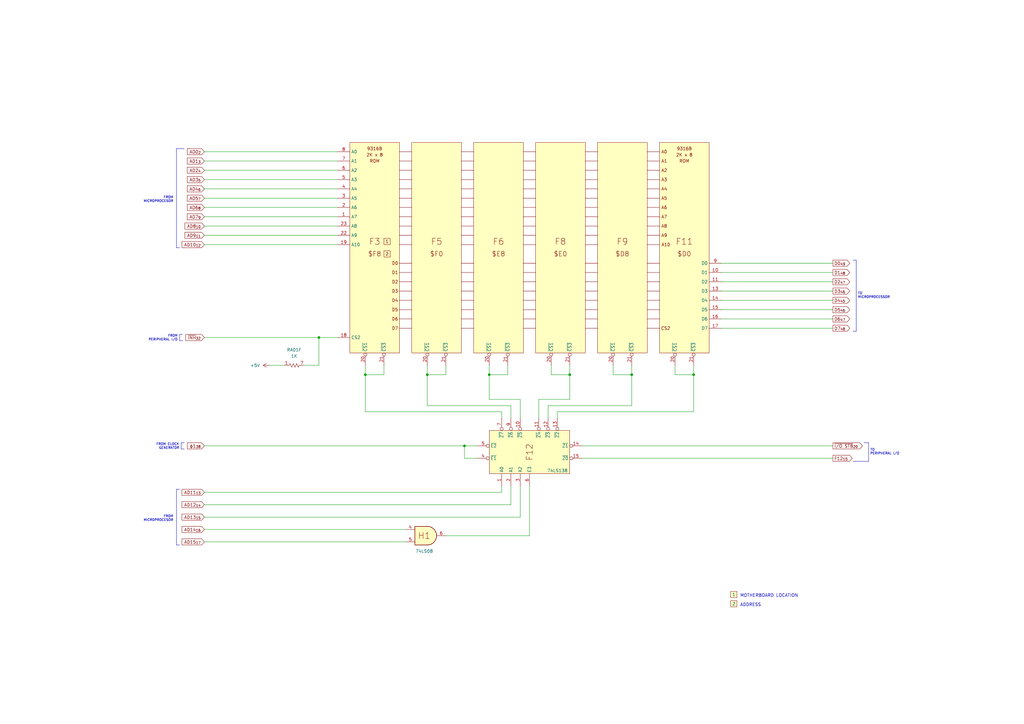
<source format=kicad_sch>
(kicad_sch (version 20211123) (generator eeschema)
  (paper "A3")
  (title_block (title "Apple II - ROM") (date "2022-07-11") (rev "ALL") (company "Apple Computers, Inc.") (comment 1 "Original schematic by Apple Computers") (comment 2 "https://github.com/omega9380/Retro-Schematics") (comment 3 "Replication by Omega9380 - July 2022") (comment 4 "Source: The Apple II Circuit Description by W. Gayler"))
  (lib_symbols
    (symbol "Apple II:9316B_ROM_ARRAY"
      (symbol "9316B_ROM_ARRAY_0_0"
        (polyline (pts (xy 20.32 -76.2) (xy 25.4 -76.2)))
        (polyline (pts (xy 20.32 -72.39) (xy 25.4 -72.39)))
        (polyline (pts (xy 20.32 -68.58) (xy 25.4 -68.58)))
        (polyline (pts (xy 20.32 -64.77) (xy 25.4 -64.77)))
        (polyline (pts (xy 20.32 -60.96) (xy 25.4 -60.96)))
        (polyline (pts (xy 20.32 -57.15) (xy 25.4 -57.15)))
        (polyline (pts (xy 20.32 -53.34) (xy 25.4 -53.34)))
        (polyline (pts (xy 20.32 -49.53) (xy 25.4 -49.53)))
        (polyline (pts (xy 20.32 -41.91) (xy 25.4 -41.91)))
        (polyline (pts (xy 20.32 -38.1) (xy 25.4 -38.1)))
        (polyline (pts (xy 20.32 -34.29) (xy 25.4 -34.29)))
        (polyline (pts (xy 20.32 -30.48) (xy 25.4 -30.48)))
        (polyline (pts (xy 20.32 -26.67) (xy 25.4 -26.67)))
        (polyline (pts (xy 20.32 -22.86) (xy 25.4 -22.86)))
        (polyline (pts (xy 20.32 -19.05) (xy 25.4 -19.05)))
        (polyline (pts (xy 20.32 -15.24) (xy 25.4 -15.24)))
        (polyline (pts (xy 20.32 -11.43) (xy 25.4 -11.43)))
        (polyline (pts (xy 20.32 -7.62) (xy 25.4 -7.62)))
        (polyline (pts (xy 20.32 -3.81) (xy 25.4 -3.81)))
        (polyline (pts (xy 45.72 -76.2) (xy 50.8 -76.2)))
        (polyline (pts (xy 45.72 -72.39) (xy 50.8 -72.39)))
        (polyline (pts (xy 45.72 -68.58) (xy 50.8 -68.58)))
        (polyline (pts (xy 45.72 -64.77) (xy 50.8 -64.77)))
        (polyline (pts (xy 45.72 -60.96) (xy 50.8 -60.96)))
        (polyline (pts (xy 45.72 -57.15) (xy 50.8 -57.15)))
        (polyline (pts (xy 45.72 -53.34) (xy 50.8 -53.34)))
        (polyline (pts (xy 45.72 -49.53) (xy 50.8 -49.53)))
        (polyline (pts (xy 45.72 -41.91) (xy 50.8 -41.91)))
        (polyline (pts (xy 45.72 -38.1) (xy 50.8 -38.1)))
        (polyline (pts (xy 45.72 -34.29) (xy 50.8 -34.29)))
        (polyline (pts (xy 45.72 -30.48) (xy 50.8 -30.48)))
        (polyline (pts (xy 45.72 -26.67) (xy 50.8 -26.67)))
        (polyline (pts (xy 45.72 -22.86) (xy 50.8 -22.86)))
        (polyline (pts (xy 45.72 -19.05) (xy 50.8 -19.05)))
        (polyline (pts (xy 45.72 -15.24) (xy 50.8 -15.24)))
        (polyline (pts (xy 45.72 -11.43) (xy 50.8 -11.43)))
        (polyline (pts (xy 45.72 -7.62) (xy 50.8 -7.62)))
        (polyline (pts (xy 45.72 -3.81) (xy 50.8 -3.81)))
        (polyline (pts (xy 71.12 -76.2) (xy 76.2 -76.2)))
        (polyline (pts (xy 71.12 -72.39) (xy 76.2 -72.39)))
        (polyline (pts (xy 71.12 -68.58) (xy 76.2 -68.58)))
        (polyline (pts (xy 71.12 -64.77) (xy 76.2 -64.77)))
        (polyline (pts (xy 71.12 -60.96) (xy 76.2 -60.96)))
        (polyline (pts (xy 71.12 -57.15) (xy 76.2 -57.15)))
        (polyline (pts (xy 71.12 -53.34) (xy 76.2 -53.34)))
        (polyline (pts (xy 71.12 -49.53) (xy 76.2 -49.53)))
        (polyline (pts (xy 71.12 -41.91) (xy 76.2 -41.91)))
        (polyline (pts (xy 71.12 -38.1) (xy 76.2 -38.1)))
        (polyline (pts (xy 71.12 -34.29) (xy 76.2 -34.29)))
        (polyline (pts (xy 71.12 -30.48) (xy 76.2 -30.48)))
        (polyline (pts (xy 71.12 -26.67) (xy 76.2 -26.67)))
        (polyline (pts (xy 71.12 -22.86) (xy 76.2 -22.86)))
        (polyline (pts (xy 71.12 -19.05) (xy 76.2 -19.05)))
        (polyline (pts (xy 71.12 -15.24) (xy 76.2 -15.24)))
        (polyline (pts (xy 71.12 -11.43) (xy 76.2 -11.43)))
        (polyline (pts (xy 71.12 -7.62) (xy 76.2 -7.62)))
        (polyline (pts (xy 71.12 -3.81) (xy 76.2 -3.81)))
        (polyline (pts (xy 96.52 -76.2) (xy 101.6 -76.2)))
        (polyline (pts (xy 96.52 -72.39) (xy 101.6 -72.39)))
        (polyline (pts (xy 96.52 -68.58) (xy 101.6 -68.58)))
        (polyline (pts (xy 96.52 -64.77) (xy 101.6 -64.77)))
        (polyline (pts (xy 96.52 -60.96) (xy 101.6 -60.96)))
        (polyline (pts (xy 96.52 -57.15) (xy 101.6 -57.15)))
        (polyline (pts (xy 96.52 -53.34) (xy 101.6 -53.34)))
        (polyline (pts (xy 96.52 -49.53) (xy 101.6 -49.53)))
        (polyline (pts (xy 96.52 -41.91) (xy 101.6 -41.91)))
        (polyline (pts (xy 96.52 -38.1) (xy 101.6 -38.1)))
        (polyline (pts (xy 96.52 -34.29) (xy 101.6 -34.29)))
        (polyline (pts (xy 96.52 -30.48) (xy 101.6 -30.48)))
        (polyline (pts (xy 96.52 -26.67) (xy 101.6 -26.67)))
        (polyline (pts (xy 96.52 -22.86) (xy 101.6 -22.86)))
        (polyline (pts (xy 96.52 -19.05) (xy 101.6 -19.05)))
        (polyline (pts (xy 96.52 -15.24) (xy 101.6 -15.24)))
        (polyline (pts (xy 96.52 -11.43) (xy 101.6 -11.43)))
        (polyline (pts (xy 96.52 -7.62) (xy 101.6 -7.62)))
        (polyline (pts (xy 96.52 -3.81) (xy 101.6 -3.81)))
        (polyline (pts (xy 121.92 -76.2) (xy 127 -76.2)))
        (polyline (pts (xy 121.92 -72.39) (xy 127 -72.39)))
        (polyline (pts (xy 121.92 -68.58) (xy 127 -68.58)))
        (polyline (pts (xy 121.92 -64.77) (xy 127 -64.77)))
        (polyline (pts (xy 121.92 -60.96) (xy 127 -60.96)))
        (polyline (pts (xy 121.92 -57.15) (xy 127 -57.15)))
        (polyline (pts (xy 121.92 -53.34) (xy 127 -53.34)))
        (polyline (pts (xy 121.92 -49.53) (xy 127 -49.53)))
        (polyline (pts (xy 121.92 -41.91) (xy 127 -41.91)))
        (polyline (pts (xy 121.92 -38.1) (xy 127 -38.1)))
        (polyline (pts (xy 121.92 -34.29) (xy 127 -34.29)))
        (polyline (pts (xy 121.92 -30.48) (xy 127 -30.48)))
        (polyline (pts (xy 121.92 -26.67) (xy 127 -26.67)))
        (polyline (pts (xy 121.92 -22.86) (xy 127 -22.86)))
        (polyline (pts (xy 121.92 -19.05) (xy 127 -19.05)))
        (polyline (pts (xy 121.92 -15.24) (xy 127 -15.24)))
        (polyline (pts (xy 121.92 -11.43) (xy 127 -11.43)))
        (polyline (pts (xy 121.92 -7.62) (xy 127 -7.62)))
        (polyline (pts (xy 121.92 -3.81) (xy 127 -3.81)))
        (rectangle (start 0 0) (end 20.32 -86.36) (fill (type background)))
        (rectangle (start 13.97 -44.45) (end 16.51 -46.99))
        (rectangle (start 13.97 -39.37) (end 16.51 -41.91))
        (rectangle (start 25.4 0) (end 45.72 -86.36) (fill (type background)))
        (rectangle (start 50.8 0) (end 71.12 -86.36) (fill (type background)))
        (rectangle (start 76.2 0) (end 96.52 -86.36) (fill (type background)))
        (rectangle (start 101.6 0) (end 121.92 -86.36) (fill (type background)))
        (rectangle (start 127 0) (end 147.32 -86.36) (fill (type background)))
        (text "$D0" (at 137.16 -45.72 0) (effects (font (size 1.905 1.905))))
        (text "$D8" (at 111.76 -45.72 0) (effects (font (size 1.905 1.905))))
        (text "$E0" (at 86.36 -45.72 0) (effects (font (size 1.905 1.905))))
        (text "$E8" (at 60.96 -45.72 0) (effects (font (size 1.905 1.905))))
        (text "$F0" (at 35.56 -45.72 0) (effects (font (size 1.905 1.905))))
        (text "$F8" (at 10.16 -45.72 0) (effects (font (size 1.905 1.905))))
        (text "1" (at 15.24 -40.64 0) (effects (font (size 1.27 1.27))))
        (text "2" (at 15.24 -45.72 0) (effects (font (size 1.27 1.27))))
        (text "2K x 8" (at 10.16 -5.08 0) (effects (font (size 1.27 1.27))))
        (text "2K x 8" (at 137.16 -5.08 0) (effects (font (size 1.27 1.27))))
        (text "9316B" (at 10.16 -2.54 0) (effects (font (size 1.27 1.27))))
        (text "9316B" (at 137.16 -2.54 0) (effects (font (size 1.27 1.27))))
        (text "A0" (at 130.175 -3.81 0) (effects (font (size 1.27 1.27)) (justify right)))
        (text "A1" (at 130.175 -7.62 0) (effects (font (size 1.27 1.27)) (justify right)))
        (text "A10" (at 131.445 -41.91 0) (effects (font (size 1.27 1.27)) (justify right)))
        (text "A2" (at 130.175 -11.43 0) (effects (font (size 1.27 1.27)) (justify right)))
        (text "A3" (at 130.175 -15.24 0) (effects (font (size 1.27 1.27)) (justify right)))
        (text "A4" (at 130.175 -19.05 0) (effects (font (size 1.27 1.27)) (justify right)))
        (text "A5" (at 130.175 -22.86 0) (effects (font (size 1.27 1.27)) (justify right)))
        (text "A6" (at 130.175 -26.67 0) (effects (font (size 1.27 1.27)) (justify right)))
        (text "A7" (at 130.175 -30.48 0) (effects (font (size 1.27 1.27)) (justify right)))
        (text "A8" (at 130.175 -34.29 0) (effects (font (size 1.27 1.27)) (justify right)))
        (text "A9" (at 130.175 -38.1 0) (effects (font (size 1.27 1.27)) (justify right)))
        (text "CS2" (at 131.445 -76.2 0) (effects (font (size 1.27 1.27)) (justify right)))
        (text "D0" (at 17.145 -49.53 0) (effects (font (size 1.27 1.27)) (justify left)))
        (text "D1" (at 17.145 -53.34 0) (effects (font (size 1.27 1.27)) (justify left)))
        (text "D2" (at 17.145 -57.15 0) (effects (font (size 1.27 1.27)) (justify left)))
        (text "D3" (at 17.145 -60.96 0) (effects (font (size 1.27 1.27)) (justify left)))
        (text "D4" (at 17.145 -64.77 0) (effects (font (size 1.27 1.27)) (justify left)))
        (text "D5" (at 17.145 -68.58 0) (effects (font (size 1.27 1.27)) (justify left)))
        (text "D6" (at 17.145 -72.39 0) (effects (font (size 1.27 1.27)) (justify left)))
        (text "D7" (at 17.145 -76.2 0) (effects (font (size 1.27 1.27)) (justify left)))
        (text "F11" (at 137.16 -40.64 0) (effects (font (size 2.54 2.54))))
        (text "F3" (at 10.16 -40.64 0) (effects (font (size 2.54 2.54))))
        (text "F5" (at 35.56 -40.64 0) (effects (font (size 2.54 2.54))))
        (text "F6" (at 60.96 -40.64 0) (effects (font (size 2.54 2.54))))
        (text "F8" (at 86.36 -40.64 0) (effects (font (size 2.54 2.54))))
        (text "F9" (at 111.76 -40.64 0) (effects (font (size 2.54 2.54))))
        (text "ROM" (at 10.16 -7.62 0) (effects (font (size 1.27 1.27))))
        (text "ROM" (at 137.16 -7.62 0) (effects (font (size 1.27 1.27))))
      )
      (symbol "9316B_ROM_ARRAY_1_0"
        (pin passive line (at -5.08 -30.48 0) (length 5.08) (name "A7") (number "1"))
        (pin passive line (at 152.4 -53.34 180) (length 5.08) (name "D1") (number "10"))
        (pin passive line (at 152.4 -57.15 180) (length 5.08) (name "D2") (number "11"))
        (pin passive line (at 152.4 -60.96 180) (length 5.08) (name "D3") (number "13"))
        (pin passive line (at 152.4 -64.77 180) (length 5.08) (name "D4") (number "14"))
        (pin passive line (at 152.4 -68.58 180) (length 5.08) (name "D5") (number "15"))
        (pin passive line (at 152.4 -72.39 180) (length 5.08) (name "D6") (number "16"))
        (pin passive line (at 152.4 -76.2 180) (length 5.08) (name "D7") (number "17"))
        (pin passive line (at -5.08 -80.01 0) (length 5.08) (name "CS2") (number "18"))
        (pin passive line (at -5.08 -41.91 0) (length 5.08) (name "A10") (number "19"))
        (pin passive line (at -5.08 -26.67 0) (length 5.08) (name "A6") (number "2"))
        (pin passive inverted (at 6.35 -91.44 90) (length 5.08) (name "~{CS1}") (number "20"))
        (pin passive inverted (at 31.75 -91.44 90) (length 5.08) (name "~{CS1}") (number "20"))
        (pin passive inverted (at 57.15 -91.44 90) (length 5.08) (name "~{CS1}") (number "20"))
        (pin passive inverted (at 82.55 -91.44 90) (length 5.08) (name "~{CS1}") (number "20"))
        (pin passive inverted (at 107.95 -91.44 90) (length 5.08) (name "~{CS1}") (number "20"))
        (pin passive inverted (at 133.35 -91.44 90) (length 5.08) (name "~{CS1}") (number "20"))
        (pin passive inverted (at 13.97 -91.44 90) (length 5.08) (name "~{CS3}") (number "21"))
        (pin passive inverted (at 39.37 -91.44 90) (length 5.08) (name "~{CS3}") (number "21"))
        (pin passive inverted (at 64.77 -91.44 90) (length 5.08) (name "~{CS3}") (number "21"))
        (pin passive inverted (at 90.17 -91.44 90) (length 5.08) (name "~{CS3}") (number "21"))
        (pin passive inverted (at 115.57 -91.44 90) (length 5.08) (name "~{CS3}") (number "21"))
        (pin passive inverted (at 140.97 -91.44 90) (length 5.08) (name "~{CS3}") (number "21"))
        (pin passive line (at -5.08 -38.1 0) (length 5.08) (name "A9") (number "22"))
        (pin passive line (at -5.08 -34.29 0) (length 5.08) (name "A8") (number "23"))
        (pin passive line (at -5.08 -22.86 0) (length 5.08) (name "A5") (number "3"))
        (pin passive line (at -5.08 -19.05 0) (length 5.08) (name "A4") (number "4"))
        (pin passive line (at -5.08 -15.24 0) (length 5.08) (name "A3") (number "5"))
        (pin passive line (at -5.08 -11.43 0) (length 5.08) (name "A2") (number "6"))
        (pin passive line (at -5.08 -7.62 0) (length 5.08) (name "A1") (number "7"))
        (pin passive line (at -5.08 -3.81 0) (length 5.08) (name "A0") (number "8"))
        (pin passive line (at 152.4 -49.53 180) (length 5.08) (name "D0") (number "9"))
      )
    )
    (symbol "Apple II:F12_74LS138"
      (property "Value" "F12_74LS138" (at -7.62 1.27 0))
      (symbol "F12_74LS138_0_0"
        (rectangle (start 0 0) (end 17.78 -33.02) (fill (type background)))
        (text "F12" (at 8.89 -16.51 0) (effects (font (size 2.54 2.54))))
      )
      (symbol "F12_74LS138_1_0"
        (pin passive line (at -5.08 -5.08 0) (length 5.08) (name "A0") (number "1"))
        (pin passive inverted (at 22.86 -12.7 180) (length 5.08) (name "~{Z5}") (number "10"))
        (pin passive inverted (at 22.86 -20.32 180) (length 5.08) (name "~{Z4}") (number "11"))
        (pin passive inverted (at 22.86 -24.13 180) (length 5.08) (name "~{Z3}") (number "12"))
        (pin passive inverted (at 22.86 -27.94 180) (length 5.08) (name "~{Z2}") (number "13"))
        (pin passive inverted (at 11.43 -38.1 90) (length 5.08) (name "~{Z1}") (number "14"))
        (pin passive inverted (at 6.35 -38.1 90) (length 5.08) (name "~{Z0}") (number "15"))
        (pin passive line (at -5.08 -8.89 0) (length 5.08) (name "A1") (number "2"))
        (pin passive line (at -5.08 -12.7 0) (length 5.08) (name "A2") (number "3"))
        (pin passive inverted (at 6.35 5.08 270) (length 5.08) (name "~{E1}") (number "4"))
        (pin passive inverted (at 11.43 5.08 270) (length 5.08) (name "~{E2}") (number "5"))
        (pin passive line (at -5.08 -16.51 0) (length 5.08) (name "E3") (number "6"))
        (pin passive inverted (at 22.86 -5.08 180) (length 5.08) (name "~{Z7}") (number "7"))
        (pin passive inverted (at 22.86 -8.89 180) (length 5.08) (name "~{Z6}") (number "9"))
      )
    )
    (symbol "Apple II:H1_74LS08" (pin_names (offset 1.016))
      (property "Value" "H1_74LS08" (at 0 -6.35 0))
      (symbol "H1_74LS08_0_0"
        (text "H1" (at 0 0 0) (effects (font (size 2.54 2.54))))
      )
      (symbol "H1_74LS08_0_1"
        (polyline (pts (xy 1.27 3.81) (xy -3.81 3.81) (xy -3.81 -3.81) (xy 1.27 -3.81)) (stroke (width 0.254)) (fill (type background)))
        (arc (start 1.27 -3.81) (mid 5.08 0) (end 1.27 3.81) (stroke (width 0.254)) (fill (type background)))
      )
      (symbol "H1_74LS08_1_1"
        (pin input line (at -7.62 2.54 0) (length 3.81) (name "~") (number "1"))
        (pin input line (at -7.62 -2.54 0) (length 3.81) (name "~") (number "2"))
        (pin output line (at 8.89 0 180) (length 3.81) (name "~") (number "3"))
      )
      (symbol "H1_74LS08_1_2"
        (arc (start -3.81 -3.81) (mid -2.589 0) (end -3.81 3.81) (stroke (width 0.254)))
        (arc (start -0.6096 -3.81) (mid 2.1842 -2.5851) (end 3.81 0) (stroke (width 0.254)) (fill (type background)))
        (polyline (pts (xy -3.81 -3.81) (xy -0.635 -3.81)) (stroke (width 0.254)) (fill (type background)))
        (polyline (pts (xy -3.81 3.81) (xy -0.635 3.81)) (stroke (width 0.254)) (fill (type background)))
        (polyline (pts (xy -0.635 3.81) (xy -3.81 3.81) (xy -3.81 3.81) (xy -3.556 3.4036) (xy -3.0226 2.2606) (xy -2.6924 1.0414) (xy -2.6162 -0.254) (xy -2.7686 -1.4986) (xy -3.175 -2.7178) (xy -3.81 -3.81) (xy -3.81 -3.81) (xy -0.635 -3.81)) (stroke (width -25.4)) (fill (type background)))
        (arc (start 3.81 0) (mid 2.1915 2.5936) (end -0.6096 3.81) (stroke (width 0.254)) (fill (type background)))
        (pin input inverted (at -7.62 2.54 0) (length 4.318) (name "~") (number "1"))
        (pin input inverted (at -7.62 -2.54 0) (length 4.318) (name "~") (number "2"))
        (pin output inverted (at 7.62 0 180) (length 3.81) (name "~") (number "3"))
      )
      (symbol "H1_74LS08_2_1"
        (pin input line (at -7.62 2.54 0) (length 3.81) (name "~") (number "4"))
        (pin input line (at -7.62 -2.54 0) (length 3.81) (name "~") (number "5"))
        (pin output line (at 8.89 0 180) (length 3.81) (name "~") (number "6"))
      )
      (symbol "H1_74LS08_2_2"
        (arc (start -3.81 -3.81) (mid -2.589 0) (end -3.81 3.81) (stroke (width 0.254)))
        (arc (start -0.6096 -3.81) (mid 2.1842 -2.5851) (end 3.81 0) (stroke (width 0.254)) (fill (type background)))
        (polyline (pts (xy -3.81 -3.81) (xy -0.635 -3.81)) (stroke (width 0.254)) (fill (type background)))
        (polyline (pts (xy -3.81 3.81) (xy -0.635 3.81)) (stroke (width 0.254)) (fill (type background)))
        (polyline (pts (xy -0.635 3.81) (xy -3.81 3.81) (xy -3.81 3.81) (xy -3.556 3.4036) (xy -3.0226 2.2606) (xy -2.6924 1.0414) (xy -2.6162 -0.254) (xy -2.7686 -1.4986) (xy -3.175 -2.7178) (xy -3.81 -3.81) (xy -3.81 -3.81) (xy -0.635 -3.81)) (stroke (width -25.4)) (fill (type background)))
        (arc (start 3.81 0) (mid 2.1915 2.5936) (end -0.6096 3.81) (stroke (width 0.254)) (fill (type background)))
        (pin input inverted (at -7.62 2.54 0) (length 4.318) (name "~") (number "4"))
        (pin input inverted (at -7.62 -2.54 0) (length 4.318) (name "~") (number "5"))
        (pin output inverted (at 7.62 0 180) (length 3.81) (name "~") (number "6"))
      )
      (symbol "H1_74LS08_3_1"
        (pin input line (at -7.62 -2.54 0) (length 3.81) (name "~") (number "10"))
        (pin output line (at 8.89 0 180) (length 3.81) (name "~") (number "8"))
        (pin input line (at -7.62 2.54 0) (length 3.81) (name "~") (number "9"))
      )
      (symbol "H1_74LS08_3_2"
        (arc (start -3.81 -3.81) (mid -2.589 0) (end -3.81 3.81) (stroke (width 0.254)))
        (arc (start -0.6096 -3.81) (mid 2.1842 -2.5851) (end 3.81 0) (stroke (width 0.254)) (fill (type background)))
        (polyline (pts (xy -3.81 -3.81) (xy -0.635 -3.81)) (stroke (width 0.254)) (fill (type background)))
        (polyline (pts (xy -3.81 3.81) (xy -0.635 3.81)) (stroke (width 0.254)) (fill (type background)))
        (polyline (pts (xy -0.635 3.81) (xy -3.81 3.81) (xy -3.81 3.81) (xy -3.556 3.4036) (xy -3.0226 2.2606) (xy -2.6924 1.0414) (xy -2.6162 -0.254) (xy -2.7686 -1.4986) (xy -3.175 -2.7178) (xy -3.81 -3.81) (xy -3.81 -3.81) (xy -0.635 -3.81)) (stroke (width -25.4)) (fill (type background)))
        (arc (start 3.81 0) (mid 2.1915 2.5936) (end -0.6096 3.81) (stroke (width 0.254)) (fill (type background)))
        (pin input inverted (at -7.62 -2.54 0) (length 4.318) (name "~") (number "10"))
        (pin output inverted (at 7.62 0 180) (length 3.81) (name "~") (number "8"))
        (pin input inverted (at -7.62 2.54 0) (length 4.318) (name "~") (number "9"))
      )
      (symbol "H1_74LS08_4_1"
        (pin output line (at 8.89 0 180) (length 3.81) (name "~") (number "11"))
        (pin input line (at -7.62 2.54 0) (length 3.81) (name "~") (number "12"))
        (pin input line (at -7.62 -2.54 0) (length 3.81) (name "~") (number "13"))
      )
      (symbol "H1_74LS08_4_2"
        (arc (start -3.81 -3.81) (mid -2.589 0) (end -3.81 3.81) (stroke (width 0.254)))
        (arc (start -0.6096 -3.81) (mid 2.1842 -2.5851) (end 3.81 0) (stroke (width 0.254)) (fill (type background)))
        (polyline (pts (xy -3.81 -3.81) (xy -0.635 -3.81)) (stroke (width 0.254)) (fill (type background)))
        (polyline (pts (xy -3.81 3.81) (xy -0.635 3.81)) (stroke (width 0.254)) (fill (type background)))
        (polyline (pts (xy -0.635 3.81) (xy -3.81 3.81) (xy -3.81 3.81) (xy -3.556 3.4036) (xy -3.0226 2.2606) (xy -2.6924 1.0414) (xy -2.6162 -0.254) (xy -2.7686 -1.4986) (xy -3.175 -2.7178) (xy -3.81 -3.81) (xy -3.81 -3.81) (xy -0.635 -3.81)) (stroke (width -25.4)) (fill (type background)))
        (arc (start 3.81 0) (mid 2.1915 2.5936) (end -0.6096 3.81) (stroke (width 0.254)) (fill (type background)))
        (pin output inverted (at 7.62 0 180) (length 3.81) (name "~") (number "11"))
        (pin input inverted (at -7.62 2.54 0) (length 4.318) (name "~") (number "12"))
        (pin input inverted (at -7.62 -2.54 0) (length 4.318) (name "~") (number "13"))
      )
    )
    (symbol "Apple II:NOTE_NUMBER"
      (property "Value" "NOTE_NUMBER" (at 0 0 0))
      (symbol "NOTE_NUMBER_0_0"
        (rectangle (start -1.27 1.27) (end 1.27 -1.27) (fill (type background)))
      )
    )
    (symbol "Apple II:R_Network08_US_Split" (pin_names (offset 0) hide)
      (property "Reference" "RN" (at 2.032 0 90))
      (property "Value" "R_Network08_US_Split" (at 5.08 0 90))
      (symbol "R_Network08_US_Split_0_1"
        (polyline (pts (xy 0 2.54) (xy 0 2.032) (xy 0.762 1.6764) (xy -0.762 1.016) (xy 0.762 0.3556) (xy -0.762 -0.3302) (xy 0.762 -1.016) (xy -0.762 -1.6764) (xy 0 -2.032) (xy 0 -2.54)))
        (pin passive line (at 0 3.81 270) (length 1.27) (name "R1.1") (number "1"))
      )
      (symbol "R_Network08_US_Split_1_1"
        (pin passive line (at 0 -3.81 90) (length 1.27) (name "R1.2") (number "2"))
      )
      (symbol "R_Network08_US_Split_2_1"
        (pin passive line (at 0 -3.81 90) (length 1.27) (name "R2.2") (number "3"))
      )
      (symbol "R_Network08_US_Split_3_1"
        (pin passive line (at 0 -3.81 90) (length 1.27) (name "R3.2") (number "4"))
      )
      (symbol "R_Network08_US_Split_4_1"
        (pin passive line (at 0 -3.81 90) (length 1.27) (name "R4.2") (number "5"))
      )
      (symbol "R_Network08_US_Split_5_1"
        (pin passive line (at 0 -3.81 90) (length 1.27) (name "R5.2") (number "6"))
      )
      (symbol "R_Network08_US_Split_6_1"
        (pin passive line (at 0 -3.81 90) (length 1.27) (name "R6.2") (number "7"))
      )
      (symbol "R_Network08_US_Split_7_1"
        (pin passive line (at 0 -3.81 90) (length 1.27) (name "R7.2") (number "8"))
      )
      (symbol "R_Network08_US_Split_8_1"
        (pin passive line (at 0 -3.81 90) (length 1.27) (name "R8.2") (number "9"))
      )
    )
    (symbol "power:+5V" (power) (pin_names (offset 0))
      (property "Value" "+5V" (at 0 3.556 0))
      (symbol "+5V_0_1"
        (polyline (pts (xy -0.762 1.27) (xy 0 2.54)))
        (polyline (pts (xy 0 0) (xy 0 2.54)))
        (polyline (pts (xy 0 2.54) (xy 0.762 1.27)))
      )
      (symbol "+5V_1_1"
        (pin power_in line (at 0 0 90) (length 0) hide (name "+5V") (number "1"))
      )
    )
  )
  (junction (at 149.86 153.67))
  (junction (at 233.68 153.67))
  (junction (at 259.08 153.67))
  (junction (at 200.66 153.67))
  (junction (at 190.5 182.88))
  (junction (at 284.48 153.67))
  (junction (at 175.26 153.67))
  (junction (at 130.81 138.43))
  (wire (pts (xy 83.82 77.47) (xy 138.43 77.47)))
  (polyline (pts (xy 74.295 181.61) (xy 74.295 184.15)) (stroke (width 0) (type solid)))
  (wire (pts (xy 83.82 201.93) (xy 205.74 201.93)))
  (wire (pts (xy 213.36 171.45) (xy 213.36 163.83)))
  (wire (pts (xy 200.66 163.83) (xy 200.66 153.67)))
  (wire (pts (xy 190.5 187.96) (xy 190.5 182.88)))
  (wire (pts (xy 83.82 92.71) (xy 138.43 92.71)))
  (wire (pts (xy 175.26 153.67) (xy 175.26 149.86)))
  (wire (pts (xy 251.46 153.67) (xy 259.08 153.67)))
  (wire (pts (xy 341.63 187.96) (xy 238.76 187.96)))
  (wire (pts (xy 83.82 73.66) (xy 138.43 73.66)))
  (wire (pts (xy 83.82 207.01) (xy 209.55 207.01)))
  (wire (pts (xy 213.36 163.83) (xy 200.66 163.83)))
  (wire (pts (xy 341.63 115.57) (xy 295.91 115.57)))
  (polyline (pts (xy 73.66 101.6) (xy 72.39 101.6)) (stroke (width 0) (type solid)))
  (polyline (pts (xy 74.93 137.16) (xy 73.66 137.16)) (stroke (width 0) (type solid)))
  (wire (pts (xy 341.63 127) (xy 295.91 127)))
  (wire (pts (xy 83.82 85.09) (xy 138.43 85.09)))
  (wire (pts (xy 341.63 123.19) (xy 295.91 123.19)))
  (wire (pts (xy 182.88 219.71) (xy 217.17 219.71)))
  (polyline (pts (xy 72.39 60.96) (xy 72.39 101.6)) (stroke (width 0) (type solid)))
  (wire (pts (xy 83.82 62.23) (xy 138.43 62.23)))
  (wire (pts (xy 224.79 166.37) (xy 259.08 166.37)))
  (wire (pts (xy 276.86 153.67) (xy 284.48 153.67)))
  (wire (pts (xy 83.82 88.9) (xy 138.43 88.9)))
  (wire (pts (xy 130.81 138.43) (xy 130.81 149.86)))
  (polyline (pts (xy 74.93 139.7) (xy 73.66 139.7)) (stroke (width 0) (type solid)))
  (wire (pts (xy 205.74 168.91) (xy 205.74 171.45)))
  (wire (pts (xy 182.88 149.86) (xy 182.88 153.67)))
  (wire (pts (xy 217.17 219.71) (xy 217.17 199.39)))
  (wire (pts (xy 195.58 187.96) (xy 190.5 187.96)))
  (wire (pts (xy 220.98 171.45) (xy 220.98 163.83)))
  (wire (pts (xy 130.81 149.86) (xy 124.46 149.86)))
  (polyline (pts (xy 354.33 181.61) (xy 356.235 181.61)) (stroke (width 0) (type solid)))
  (wire (pts (xy 251.46 149.86) (xy 251.46 153.67)))
  (polyline (pts (xy 75.565 184.15) (xy 74.295 184.15)) (stroke (width 0) (type solid)))
  (wire (pts (xy 157.48 149.86) (xy 157.48 153.67)))
  (wire (pts (xy 149.86 168.91) (xy 205.74 168.91)))
  (wire (pts (xy 341.63 111.76) (xy 295.91 111.76)))
  (polyline (pts (xy 349.885 106.68) (xy 351.155 106.68)) (stroke (width 0) (type solid)))
  (polyline (pts (xy 73.66 223.52) (xy 72.39 223.52)) (stroke (width 0) (type solid)))
  (wire (pts (xy 233.68 153.67) (xy 233.68 163.83)))
  (wire (pts (xy 83.82 96.52) (xy 138.43 96.52)))
  (wire (pts (xy 175.26 166.37) (xy 175.26 153.67)))
  (wire (pts (xy 213.36 199.39) (xy 213.36 212.09)))
  (wire (pts (xy 226.06 149.86) (xy 226.06 153.67)))
  (wire (pts (xy 233.68 149.86) (xy 233.68 153.67)))
  (wire (pts (xy 209.55 199.39) (xy 209.55 207.01)))
  (wire (pts (xy 284.48 149.86) (xy 284.48 153.67)))
  (polyline (pts (xy 75.565 60.96) (xy 72.39 60.96)) (stroke (width 0) (type solid)))
  (wire (pts (xy 224.79 171.45) (xy 224.79 166.37)))
  (wire (pts (xy 205.74 199.39) (xy 205.74 201.93)))
  (wire (pts (xy 83.82 222.25) (xy 166.37 222.25)))
  (wire (pts (xy 83.82 81.28) (xy 138.43 81.28)))
  (wire (pts (xy 138.43 138.43) (xy 130.81 138.43)))
  (wire (pts (xy 83.82 138.43) (xy 130.81 138.43)))
  (wire (pts (xy 157.48 153.67) (xy 149.86 153.67)))
  (wire (pts (xy 83.82 217.17) (xy 166.37 217.17)))
  (wire (pts (xy 208.28 153.67) (xy 200.66 153.67)))
  (wire (pts (xy 284.48 153.67) (xy 284.48 168.91)))
  (wire (pts (xy 228.6 171.45) (xy 228.6 168.91)))
  (wire (pts (xy 200.66 153.67) (xy 200.66 149.86)))
  (wire (pts (xy 149.86 149.86) (xy 149.86 153.67)))
  (wire (pts (xy 259.08 149.86) (xy 259.08 153.67)))
  (wire (pts (xy 83.82 212.09) (xy 213.36 212.09)))
  (wire (pts (xy 276.86 149.86) (xy 276.86 153.67)))
  (wire (pts (xy 220.98 163.83) (xy 233.68 163.83)))
  (wire (pts (xy 209.55 166.37) (xy 175.26 166.37)))
  (wire (pts (xy 341.63 134.62) (xy 295.91 134.62)))
  (wire (pts (xy 228.6 168.91) (xy 284.48 168.91)))
  (polyline (pts (xy 349.885 189.23) (xy 356.235 189.23)) (stroke (width 0) (type solid)))
  (wire (pts (xy 341.63 130.81) (xy 295.91 130.81)))
  (polyline (pts (xy 73.66 137.16) (xy 73.66 139.7)) (stroke (width 0) (type solid)))
  (wire (pts (xy 110.49 149.86) (xy 116.84 149.86)))
  (polyline (pts (xy 351.155 106.68) (xy 351.155 135.89)) (stroke (width 0) (type solid)))
  (wire (pts (xy 182.88 153.67) (xy 175.26 153.67)))
  (wire (pts (xy 209.55 171.45) (xy 209.55 166.37)))
  (wire (pts (xy 83.82 69.85) (xy 138.43 69.85)))
  (wire (pts (xy 226.06 153.67) (xy 233.68 153.67)))
  (wire (pts (xy 190.5 182.88) (xy 195.58 182.88)))
  (wire (pts (xy 341.63 182.88) (xy 238.76 182.88)))
  (polyline (pts (xy 75.565 181.61) (xy 74.295 181.61)) (stroke (width 0) (type solid)))
  (wire (pts (xy 83.82 182.88) (xy 190.5 182.88)))
  (polyline (pts (xy 349.885 135.89) (xy 351.155 135.89)) (stroke (width 0) (type solid)))
  (wire (pts (xy 83.82 66.04) (xy 138.43 66.04)))
  (wire (pts (xy 259.08 153.67) (xy 259.08 166.37)))
  (wire (pts (xy 149.86 153.67) (xy 149.86 168.91)))
  (wire (pts (xy 83.82 100.33) (xy 138.43 100.33)))
  (wire (pts (xy 208.28 149.86) (xy 208.28 153.67)))
  (polyline (pts (xy 356.235 181.61) (xy 356.235 189.23)) (stroke (width 0) (type solid)))
  (wire (pts (xy 341.63 107.95) (xy 295.91 107.95)))
  (wire (pts (xy 341.63 119.38) (xy 295.91 119.38)))
  (polyline (pts (xy 73.66 200.66) (xy 72.39 200.66)) (stroke (width 0) (type solid)))
  (polyline (pts (xy 72.39 200.66) (xy 72.39 223.52)) (stroke (width 0) (type solid)))
  (text "FROM\nPERIPHERAL I/O" (at 72.898 139.954 180) (effects (font (size 0.96 0.96)) (justify right bottom)))
  (text "TO\nPERIPHERAL I/O" (at 356.87 186.69 0) (effects (font (size 0.96 0.96)) (justify left bottom)))
  (text "ADDRESS" (at 303.53 248.92 0) (effects (font (size 1.27 1.27)) (justify left bottom)))
  (text "TO\nMICROPROCESSOR" (at 351.79 122.555 0) (effects (font (size 0.96 0.96)) (justify left bottom)))
  (text "FROM\nMICROPROCESOR" (at 71.12 213.995 180) (effects (font (size 0.96 0.96)) (justify right bottom)))
  (text "MOTHERBOARD LOCATION" (at 303.53 245.11 0) (effects (font (size 1.27 1.27)) (justify left bottom)))
  (text "FROM CLOCK\nGENERATOR" (at 73.533 184.404 180) (effects (font (size 0.96 0.96)) (justify right bottom)))
  (text "FROM\nMICROPROCESOR" (at 71.12 83.185 180) (effects (font (size 0.96 0.96)) (justify right bottom)))
  (global_label "AD10_{12}" (shape input) (at 83.82 100.33 180) (property "Intersheet References" "${INTERSHEET_REFS}" (effects hide)))
  (global_label "AD11_{13}" (shape input) (at 83.82 201.93 180) (property "Intersheet References" "${INTERSHEET_REFS}" (effects hide)))
  (global_label "D6_{47}" (shape output) (at 341.63 130.81 0) (property "Intersheet References" "${INTERSHEET_REFS}" (effects hide)))
  (global_label "AD14_{16}" (shape input) (at 83.82 217.17 180) (property "Intersheet References" "${INTERSHEET_REFS}" (effects hide)))
  (global_label "AD5_{7}" (shape input) (at 83.82 81.28 180) (property "Intersheet References" "${INTERSHEET_REFS}" (effects hide)))
  (global_label "AD8_{10}" (shape input) (at 83.82 92.71 180) (property "Intersheet References" "${INTERSHEET_REFS}" (effects hide)))
  (global_label "D7_{48}" (shape output) (at 341.63 134.62 0) (property "Intersheet References" "${INTERSHEET_REFS}" (effects hide)))
  (global_label "AD13_{15}" (shape input) (at 83.82 212.09 180) (property "Intersheet References" "${INTERSHEET_REFS}" (effects hide)))
  (global_label "ɸ1_{38}" (shape input) (at 83.82 182.88 180) (property "Intersheet References" "${INTERSHEET_REFS}" (effects hide)))
  (global_label "AD2_{4}" (shape input) (at 83.82 69.85 180) (property "Intersheet References" "${INTERSHEET_REFS}" (effects hide)))
  (global_label "D4_{45}" (shape output) (at 341.63 123.19 0) (property "Intersheet References" "${INTERSHEET_REFS}" (effects hide)))
  (global_label "AD4_{6}" (shape input) (at 83.82 77.47 180) (property "Intersheet References" "${INTERSHEET_REFS}" (effects hide)))
  (global_label "AD15_{17}" (shape input) (at 83.82 222.25 180) (property "Intersheet References" "${INTERSHEET_REFS}" (effects hide)))
  (global_label "D2_{47}" (shape output) (at 341.63 115.57 0) (property "Intersheet References" "${INTERSHEET_REFS}" (effects hide)))
  (global_label "~{I{slash}O STB}_{20}" (shape output) (at 341.63 182.88 0) (property "Intersheet References" "${INTERSHEET_REFS}" (effects hide)))
  (global_label "D0_{49}" (shape output) (at 341.63 107.95 0) (property "Intersheet References" "${INTERSHEET_REFS}" (effects hide)))
  (global_label "AD7_{9}" (shape input) (at 83.82 88.9 180) (property "Intersheet References" "${INTERSHEET_REFS}" (effects hide)))
  (global_label "D1_{48}" (shape output) (at 341.63 111.76 0) (property "Intersheet References" "${INTERSHEET_REFS}" (effects hide)))
  (global_label "AD1_{3}" (shape input) (at 83.82 66.04 180) (property "Intersheet References" "${INTERSHEET_REFS}" (effects hide)))
  (global_label "AD0_{2}" (shape input) (at 83.82 62.23 180) (property "Intersheet References" "${INTERSHEET_REFS}" (effects hide)))
  (global_label "AD12_{14}" (shape input) (at 83.82 207.01 180) (property "Intersheet References" "${INTERSHEET_REFS}" (effects hide)))
  (global_label "~{INH}_{32}" (shape input) (at 83.82 138.43 180) (property "Intersheet References" "${INTERSHEET_REFS}" (effects hide)))
  (global_label "D3_{46}" (shape output) (at 341.63 119.38 0) (property "Intersheet References" "${INTERSHEET_REFS}" (effects hide)))
  (global_label "AD9_{11}" (shape input) (at 83.82 96.52 180) (property "Intersheet References" "${INTERSHEET_REFS}" (effects hide)))
  (global_label "AD6_{8}" (shape input) (at 83.82 85.09 180) (property "Intersheet References" "${INTERSHEET_REFS}" (effects hide)))
  (global_label "F12_{15}" (shape output) (at 341.63 187.96 0) (property "Intersheet References" "${INTERSHEET_REFS}" (effects hide)))
  (global_label "AD3_{5}" (shape input) (at 83.82 73.66 180) (property "Intersheet References" "${INTERSHEET_REFS}" (effects hide)))
  (global_label "D5_{46}" (shape output) (at 341.63 127 0) (property "Intersheet References" "${INTERSHEET_REFS}" (effects hide)))
  (symbol (lib_id "power:+5V") (at 110.49 149.86 90) (unit 1)
    (property "Reference" "#PWR?" (effects hide))
    (property "Value" "+5V" (at 106.68 149.8599 90) (effects (justify left)))
  )
  (symbol (lib_id "Apple II:F12_74LS138") (at 200.66 194.31 90) (unit 1)
    (property "Reference" "F12" (effects hide))
    (property "Value" "74LS138" (at 228.6 193.04 90))
  )
  (symbol (lib_id "Apple II:9316B_ROM_ARRAY") (at 143.51 58.42 0) (unit 1)
    (property "Reference" "U?" (effects hide))
    (property "Value" "9316B_ROM_ARRAY" (effects hide))
  )
  (symbol (lib_id "Apple II:H1_74LS08") (at 173.99 219.71 0) (unit 2)
    (property "Reference" "H1" (effects hide))
    (property "Value" "74LS08" (at 173.99 226.06 0))
    (property "Datasheet" "http://www.ti.com/lit/gpn/sn74LS08" (effects hide))
  )
  (symbol (lib_id "Apple II:R_Network08_US_Split") (at 120.65 149.86 90) (unit 6)
    (property "Reference" "RA01" (at 120.65 143.51 90))
    (property "Value" "1K" (at 120.65 146.05 90))
    (property "Footprint" "Resistor_THT:R_Array_SIP9" (effects hide))
    (property "Datasheet" "http://www.vishay.com/docs/31509/csc.pdf" (effects hide))
  )
  (symbol (lib_id "Apple II:NOTE_NUMBER") (at 300.99 243.84 0) (unit 1)
    (property "Reference" "N1" (effects hide))
    (property "Value" "1" (at 300.99 243.84 0))
  )
  (symbol (lib_id "Apple II:NOTE_NUMBER") (at 300.99 247.65 0) (unit 1)
    (property "Reference" "N2" (effects hide))
    (property "Value" "2" (at 300.99 247.65 0))
  )
)
</source>
